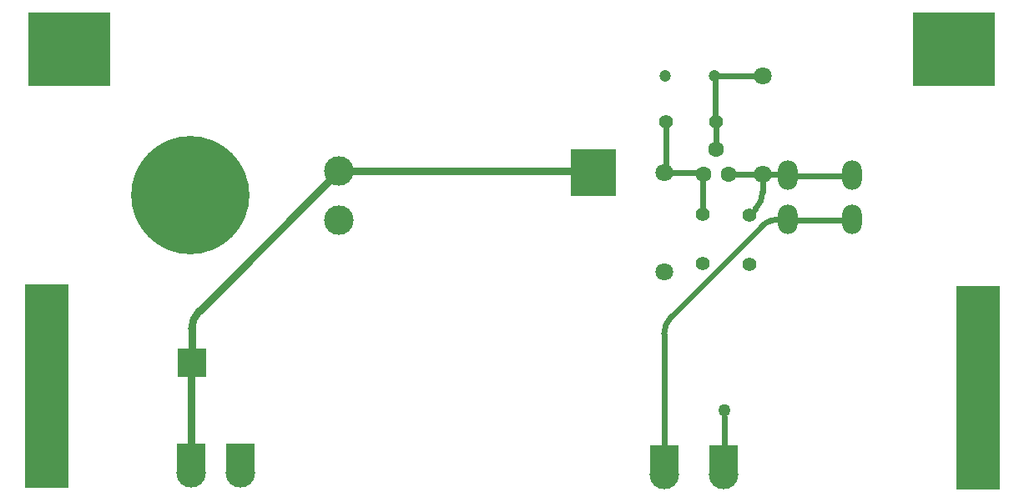
<source format=gtl>
G04*
G04 #@! TF.GenerationSoftware,Altium Limited,Altium Designer,21.0.8 (223)*
G04*
G04 Layer_Physical_Order=1*
G04 Layer_Color=580169*
%FSLAX44Y44*%
%MOMM*%
G71*
G04*
G04 #@! TF.SameCoordinates,403E8028-421C-4CEE-AC17-E54D717F3EFD*
G04*
G04*
G04 #@! TF.FilePolarity,Positive*
G04*
G01*
G75*
%ADD12C,0.2540*%
%ADD14R,3.0000X3.0000*%
%ADD15C,3.0000*%
%ADD16R,8.3250X7.5750*%
%ADD17R,4.5000X20.7000*%
%ADD29C,0.8000*%
%ADD30C,0.6000*%
%ADD31R,4.6901X4.7000*%
%ADD32C,1.4000*%
%ADD33C,1.2000*%
%ADD34C,1.8000*%
%ADD35C,1.6000*%
%ADD36O,2.0000X3.0000*%
%ADD37C,12.0000*%
%ADD38C,1.2700*%
D12*
X715500Y35500D02*
X715750Y35750D01*
Y79250D02*
Y85500D01*
D14*
X175750Y134250D02*
D03*
X715500Y35500D02*
D03*
X655000D02*
D03*
X175000Y37250D02*
D03*
X225000D02*
D03*
D15*
X715500Y20500D02*
D03*
X655000D02*
D03*
X175000Y22250D02*
D03*
X225000D02*
D03*
X325250Y328250D02*
D03*
Y278250D02*
D03*
D16*
X949320Y452042D02*
D03*
X51125Y452625D02*
D03*
D17*
X28500Y110250D02*
D03*
X973250Y108140D02*
D03*
D29*
X583000Y327750D02*
G03*
X581793Y328250I-1207J-1207D01*
G01*
X183190Y186189D02*
G03*
X175750Y168229I17960J-17960D01*
G01*
X183190Y186189D02*
X325250Y328250D01*
X581793D01*
X175000Y37250D02*
Y135000D01*
X175750Y134250D02*
Y168229D01*
X175000Y22250D02*
Y37250D01*
D30*
X747561Y289811D02*
G03*
X755000Y307771I-17960J17960D01*
G01*
X763825Y278343D02*
G03*
X753615Y272115I7751J-24188D01*
G01*
X771576Y279555D02*
G03*
X763825Y278343I0J-25400D01*
G01*
X662439Y180940D02*
G03*
X655000Y162979I17960J-17960D01*
G01*
X655500Y326875D02*
X693225D01*
X755000Y325500D02*
X785890D01*
X741500Y283750D02*
X747561Y289811D01*
X755000Y307771D02*
Y325500D01*
X787750Y278640D02*
Y280750D01*
Y278640D02*
X852750D01*
X780000Y270890D02*
X787750Y278640D01*
X771576Y279555D02*
X780750D01*
X662439Y180940D02*
X753615Y272115D01*
X655000Y35500D02*
Y162979D01*
Y20500D02*
Y35500D01*
X655500Y326875D02*
X657275Y328650D01*
X655500Y326500D02*
Y326875D01*
X657275Y328650D02*
Y378975D01*
X754750Y425250D02*
X757250D01*
X707250Y379000D02*
Y424250D01*
Y425250D02*
X754750D01*
X755000Y425500D01*
X225000Y22250D02*
Y37250D01*
X787750Y323640D02*
X852750D01*
X715750Y35750D02*
Y79250D01*
X693225Y326875D02*
X694600Y325500D01*
X694300Y325200D02*
X694600Y325500D01*
X694300Y284550D02*
Y325200D01*
X694000Y284250D02*
X694300Y284550D01*
X707250Y379000D02*
X707275Y378975D01*
Y350925D02*
Y378975D01*
Y350925D02*
X707300Y350900D01*
X707275Y381225D02*
X707650Y381600D01*
X706875Y378625D02*
X707250Y379000D01*
X785890Y325500D02*
X787750Y323640D01*
X720000Y325500D02*
X755000D01*
D31*
X582950Y326750D02*
D03*
D32*
X741500Y283750D02*
D03*
Y233750D02*
D03*
X657275Y378975D02*
D03*
X707275D02*
D03*
X694000Y234250D02*
D03*
Y284250D02*
D03*
D33*
X656450Y425250D02*
D03*
X706250D02*
D03*
D34*
X755000Y425500D02*
D03*
Y325500D02*
D03*
X655500Y226500D02*
D03*
Y326500D02*
D03*
D35*
X707300Y350900D02*
D03*
X720000Y325500D02*
D03*
X694600D02*
D03*
D36*
X845750Y324555D02*
D03*
Y279555D02*
D03*
X780750Y324555D02*
D03*
Y279555D02*
D03*
D37*
X174250Y304000D02*
D03*
D38*
X225000Y37250D02*
D03*
X715750Y85500D02*
D03*
X25750Y74390D02*
D03*
Y99390D02*
D03*
Y124390D02*
D03*
Y149390D02*
D03*
Y49390D02*
D03*
Y173390D02*
D03*
X970750Y76890D02*
D03*
Y101890D02*
D03*
Y126890D02*
D03*
Y151890D02*
D03*
Y51890D02*
D03*
Y175890D02*
D03*
M02*

</source>
